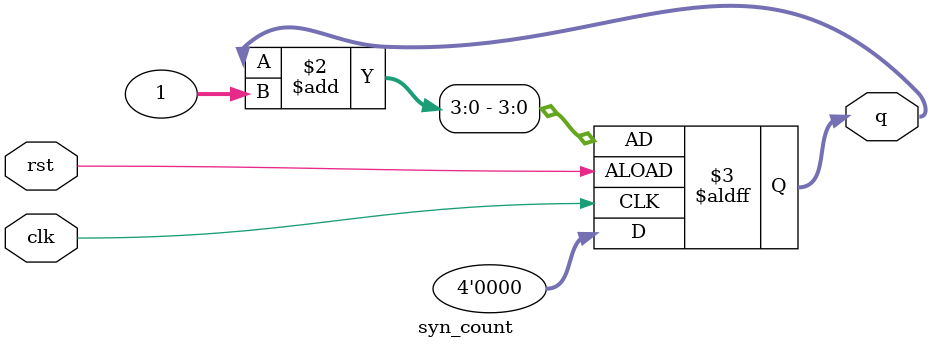
<source format=v>
module syn_count(clk,rst,q);
parameter WIDTH=4;
input clk,rst;
output reg [WIDTH-1:0]q;

//always@(posedge clk)begin //synchronous rst counter

//always@(posedge clk or posedge rst)begin //asynchronous rst counter
//always@(posedge clk or negedge rst)begin //asynchronous rst 
//always@(negedge clk or posedge rst)begin //asynchronous rst
always@(negedge clk or negedge rst)begin 
if(rst) q<=0;
else q<=q+1;  //q<=q-1 (downcounter)
end
endmodule

</source>
